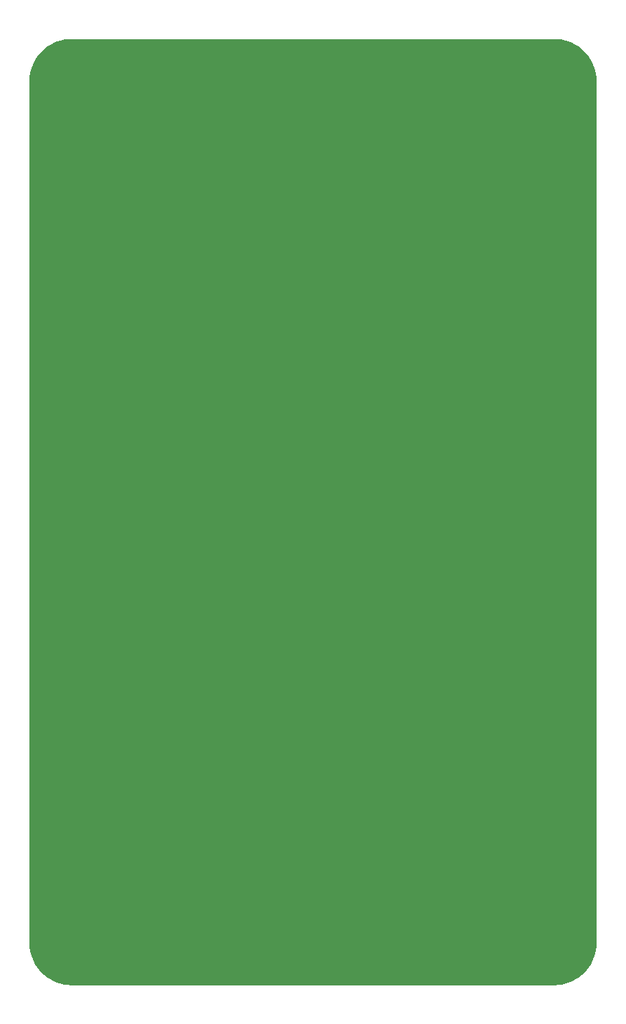
<source format=gbr>
%TF.GenerationSoftware,KiCad,Pcbnew,7.0.8*%
%TF.CreationDate,2023-11-14T15:55:11-08:00*%
%TF.ProjectId,guitar_pedal,67756974-6172-45f7-9065-64616c2e6b69,rev?*%
%TF.SameCoordinates,Original*%
%TF.FileFunction,Soldermask,Bot*%
%TF.FilePolarity,Negative*%
%FSLAX46Y46*%
G04 Gerber Fmt 4.6, Leading zero omitted, Abs format (unit mm)*
G04 Created by KiCad (PCBNEW 7.0.8) date 2023-11-14 15:55:11*
%MOMM*%
%LPD*%
G01*
G04 APERTURE LIST*
%ADD10C,3.500000*%
%ADD11R,1.905000X2.000000*%
%ADD12O,1.905000X2.000000*%
%ADD13R,1.800000X1.800000*%
%ADD14C,1.800000*%
%ADD15C,3.000000*%
%ADD16C,1.500000*%
%ADD17R,1.700000X1.700000*%
%ADD18O,1.700000X1.700000*%
%ADD19R,3.302000X3.302000*%
G04 APERTURE END LIST*
D10*
%TO.C,REF\u002A\u002A*%
X154991595Y-148530087D03*
%TD*%
D11*
%TO.C,U2*%
X176735000Y-61285000D03*
D12*
X179275000Y-61285000D03*
X181815000Y-61285000D03*
%TD*%
D13*
%TO.C,D2*%
X154975000Y-101600000D03*
D14*
X154975000Y-99060000D03*
%TD*%
D15*
%TO.C,J2*%
X175465000Y-147815000D03*
X175465000Y-131585000D03*
X169115000Y-147815000D03*
X169115000Y-131585000D03*
X181815000Y-147815000D03*
X181815000Y-131585000D03*
%TD*%
D16*
%TO.C,Y1*%
X138725000Y-78700000D03*
X143605000Y-78700000D03*
%TD*%
D17*
%TO.C,RV1*%
X149415000Y-53340000D03*
D18*
X151955000Y-53340000D03*
X154495000Y-53340000D03*
%TD*%
D10*
%TO.C,REF\u002A\u002A*%
X184355000Y-116840000D03*
%TD*%
D17*
%TO.C,BT1*%
X166575000Y-53340000D03*
D18*
X164035000Y-53340000D03*
%TD*%
D19*
%TO.C,SW2*%
X149675000Y-115260000D03*
X154975000Y-115260000D03*
X160275000Y-115260000D03*
X149675000Y-119960000D03*
X154975000Y-119960000D03*
X160275000Y-119960000D03*
X149675000Y-124660000D03*
X154975000Y-124660000D03*
X160275000Y-124660000D03*
%TD*%
D10*
%TO.C,REF\u002A\u002A*%
X184355000Y-45720000D03*
%TD*%
%TO.C,REF\u002A\u002A*%
X125935000Y-45720000D03*
%TD*%
D17*
%TO.C,SW1*%
X174195000Y-53340000D03*
D18*
X176735000Y-53340000D03*
%TD*%
D15*
%TO.C,J1*%
X134645000Y-131585000D03*
X134645000Y-147815000D03*
X140995000Y-131585000D03*
X140995000Y-147815000D03*
X128295000Y-131585000D03*
X128295000Y-147815000D03*
%TD*%
D10*
%TO.C,REF\u002A\u002A*%
X125935000Y-116840000D03*
%TD*%
G36*
X184797816Y-40658333D02*
G01*
X184797860Y-40658337D01*
X185237285Y-40716188D01*
X185237328Y-40716196D01*
X185670039Y-40812125D01*
X185670081Y-40812137D01*
X186092784Y-40945414D01*
X186092825Y-40945429D01*
X186502304Y-41115040D01*
X186502343Y-41115059D01*
X186895481Y-41319714D01*
X186895519Y-41319736D01*
X187269324Y-41557876D01*
X187269359Y-41557901D01*
X187620987Y-41827714D01*
X187621021Y-41827742D01*
X187947794Y-42127175D01*
X187947825Y-42127206D01*
X188247258Y-42453979D01*
X188247286Y-42454013D01*
X188517099Y-42805641D01*
X188517124Y-42805676D01*
X188755264Y-43179481D01*
X188755286Y-43179519D01*
X188959941Y-43572657D01*
X188959960Y-43572696D01*
X189129571Y-43982175D01*
X189129586Y-43982216D01*
X189262863Y-44404919D01*
X189262875Y-44404961D01*
X189358804Y-44837672D01*
X189358812Y-44837715D01*
X189416663Y-45277140D01*
X189416667Y-45277184D01*
X189436000Y-45719978D01*
X189436000Y-149860022D01*
X189416667Y-150302816D01*
X189416663Y-150302860D01*
X189358812Y-150742285D01*
X189358804Y-150742328D01*
X189262875Y-151175039D01*
X189262863Y-151175081D01*
X189129586Y-151597784D01*
X189129571Y-151597825D01*
X188959960Y-152007304D01*
X188959941Y-152007343D01*
X188755286Y-152400481D01*
X188755264Y-152400519D01*
X188517124Y-152774324D01*
X188517099Y-152774359D01*
X188247286Y-153125987D01*
X188247258Y-153126021D01*
X187947825Y-153452794D01*
X187947794Y-153452825D01*
X187621021Y-153752258D01*
X187620987Y-153752286D01*
X187269359Y-154022099D01*
X187269324Y-154022124D01*
X186895519Y-154260264D01*
X186895481Y-154260286D01*
X186502343Y-154464941D01*
X186502304Y-154464960D01*
X186092825Y-154634571D01*
X186092784Y-154634586D01*
X185670081Y-154767863D01*
X185670039Y-154767875D01*
X185237328Y-154863804D01*
X185237285Y-154863812D01*
X184797860Y-154921663D01*
X184797816Y-154921667D01*
X184355022Y-154941000D01*
X125934978Y-154941000D01*
X125492184Y-154921667D01*
X125492140Y-154921663D01*
X125052715Y-154863812D01*
X125052672Y-154863804D01*
X124619961Y-154767875D01*
X124619919Y-154767863D01*
X124197216Y-154634586D01*
X124197175Y-154634571D01*
X123787696Y-154464960D01*
X123787657Y-154464941D01*
X123394519Y-154260286D01*
X123394481Y-154260264D01*
X123020676Y-154022124D01*
X123020641Y-154022099D01*
X122669013Y-153752286D01*
X122668979Y-153752258D01*
X122342206Y-153452825D01*
X122342175Y-153452794D01*
X122042742Y-153126021D01*
X122042714Y-153125987D01*
X121772901Y-152774359D01*
X121772876Y-152774324D01*
X121534736Y-152400519D01*
X121534714Y-152400481D01*
X121330059Y-152007343D01*
X121330040Y-152007304D01*
X121160429Y-151597825D01*
X121160414Y-151597784D01*
X121027137Y-151175081D01*
X121027125Y-151175039D01*
X120931196Y-150742328D01*
X120931188Y-150742285D01*
X120873337Y-150302860D01*
X120873333Y-150302816D01*
X120854000Y-149860022D01*
X120854000Y-45719978D01*
X120873333Y-45277184D01*
X120873337Y-45277140D01*
X120931188Y-44837715D01*
X120931196Y-44837672D01*
X121027125Y-44404961D01*
X121027137Y-44404919D01*
X121160414Y-43982216D01*
X121160429Y-43982175D01*
X121330040Y-43572696D01*
X121330059Y-43572657D01*
X121534714Y-43179519D01*
X121534736Y-43179481D01*
X121772876Y-42805676D01*
X121772901Y-42805641D01*
X122042714Y-42454013D01*
X122042742Y-42453979D01*
X122342175Y-42127206D01*
X122342206Y-42127175D01*
X122668979Y-41827742D01*
X122669013Y-41827714D01*
X123020641Y-41557901D01*
X123020676Y-41557876D01*
X123394481Y-41319736D01*
X123394519Y-41319714D01*
X123787657Y-41115059D01*
X123787696Y-41115040D01*
X124197175Y-40945429D01*
X124197216Y-40945414D01*
X124619919Y-40812137D01*
X124619961Y-40812125D01*
X125052672Y-40716196D01*
X125052715Y-40716188D01*
X125492140Y-40658337D01*
X125492184Y-40658333D01*
X125934978Y-40639000D01*
X184355022Y-40639000D01*
X184797816Y-40658333D01*
G37*
M02*

</source>
